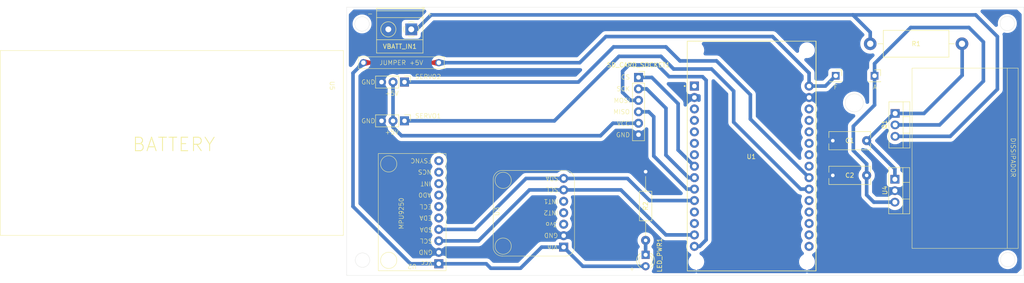
<source format=kicad_pcb>
(kicad_pcb (version 20240108) (generator "pcbnew") (generator_version "8.0")
  (layers (0 "F.Cu" signal) (31 "B.Cu" signal) (34 "B.Paste" user) (35 "F.Paste" user) (36 "B.SilkS" user "B.Silkscreen") (37 "F.SilkS" user "F.Silkscreen") (38 "B.Mask" user) (39 "F.Mask" user) (44 "Edge.Cuts" user))
  (net 0 "")
  (net 1 "GND")
  (net 2 "+5V")
  (net 3 "OUT_SERVO2")
  (net 4 "OUT_SERVO1")
  (net 5 "Net-(LED_PWR1-K)")
  (net 7 "Net-(Q1-B)")
  (net 8 "Net-(Q1-C)")
  (net 9 "Net-(Q1-E)")
  (net 10 "MOSI")
  (net 11 "SCK")
  (net 12 "MISO")
  (net 13 "CS")
  (net 16 "I2C_SCL")
  (net 21 "I2C_SDA")
  (footprint "Connector_PinSocket_2.54mm:PinSocket_1x06_P2.54mm_Vertical" (layer "F.Cu") (at 175.925 87.075)
    (property "Reference" "SD_CARD_SOCKET1" (at 0 -2.77 360) (layer "F.SilkS"))
    (property "Value" "Conn_01x06_Socket")
    (fp_line (start -1.33 1.27) (end -1.33 14.03) (stroke (width 0.12)) (layer "F.SilkS"))
    (fp_line (start -1.33 1.27) (end 1.33 1.27) (stroke (width 0.12)) (layer "F.SilkS"))
    (fp_line (start -1.33 14.03) (end 1.33 14.03) (stroke (width 0.12)) (layer "F.SilkS"))
    (fp_line (start 0 -1.33) (end 1.33 -1.33) (stroke (width 0.12)) (layer "F.SilkS"))
    (fp_line (start 1.33 -1.33) (end 1.33 0) (stroke (width 0.12)) (layer "F.SilkS"))
    (fp_line (start 1.33 1.27) (end 1.33 14.03) (stroke (width 0.12)) (layer "F.SilkS"))
    (pad "1" thru_hole rect (at 0 0) (size 2 2) (drill 1) (layers "*.Cu" "*.Mask") (net 13 "CS"))
    (pad "2" thru_hole circle (at 0 2.54) (size 2 2) (drill 1) (layers "*.Cu" "*.Mask") (net 11 "SCK"))
    (pad "3" thru_hole circle (at 0 5.08) (size 2 2) (drill 1) (layers "*.Cu" "*.Mask") (net 10 "MOSI"))
    (pad "4" thru_hole circle (at 0 7.62) (size 2 2) (drill 1) (layers "*.Cu" "*.Mask") (net 12 "MISO"))
    (pad "5" thru_hole circle (at 0 10.16) (size 2 2) (drill 1) (layers "*.Cu" "*.Mask") (net 2 "+5V"))
    (pad "6" thru_hole circle (at 0 12.7) (size 2 2) (drill 1) (layers "*.Cu" "*.Mask") (net 1 "GND"))
  )
  (footprint "TerminalBlock_Phoenix:TerminalBlock_Phoenix_MKDS-1,5-2-5.08_1x02_P5.08mm_Horizontal" (layer "F.Cu") (at 125.6 76.4 180)
    (property "Reference" "VBATT_IN1" (at 2.54 -3.8 180) (layer "F.SilkS"))
    (property "Value" "Screw_Terminal_01x02")
    (fp_line (start 7.68 -5.261) (end 7.68 4.66) (stroke (width 0.12)) (layer "F.SilkS"))
    (fp_line (start 6.355 -1.069) (end 6.308 -1.023) (stroke (width 0.12)) (layer "F.SilkS"))
    (fp_line (start 6.15 -1.275) (end 6.115 -1.239) (stroke (width 0.12)) (layer "F.SilkS"))
    (fp_line (start 4.046 1.239) (end 4.011 1.274) (stroke (width 0.12)) (layer "F.SilkS"))
    (fp_line (start 3.853 1.023) (end 3.806 1.069) (stroke (width 0.12)) (layer "F.SilkS"))
    (fp_line (start -2.6 4.66) (end 7.68 4.66) (stroke (width 0.12)) (layer "F.SilkS"))
    (fp_line (start -2.6 4.1) (end 7.68 4.1) (stroke (width 0.12)) (layer "F.SilkS"))
    (fp_line (start -2.6 2.6) (end 7.68 2.6) (stroke (width 0.12)) (layer "F.SilkS"))
    (fp_line (start -2.6 -2.301) (end 7.68 -2.301) (stroke (width 0.12)) (layer "F.SilkS"))
    (fp_line (start -2.6 -5.261) (end 7.68 -5.261) (stroke (width 0.12)) (layer "F.SilkS"))
    (fp_line (start -2.6 -5.261) (end -2.6 4.66) (stroke (width 0.12)) (layer "F.SilkS"))
    (fp_line (start -2.84 4.9) (end -2.34 4.9) (stroke (width 0.12)) (layer "F.SilkS"))
    (fp_line (start -2.84 4.16) (end -2.84 4.9) (stroke (width 0.12)) (layer "F.SilkS"))
    (fp_arc (start 1.535427 -0.683042) (mid 1.680501 0.000524) (end 1.535 0.684) (stroke (width 0.12)) (layer "F.SilkS"))
    (fp_arc (start 0.683318 1.534756) (mid 0.349292 1.643288) (end 0 1.68) (stroke (width 0.12)) (layer "F.SilkS"))
    (fp_arc (start 0.028805 1.680253) (mid -0.335551 1.646659) (end -0.684 1.535) (stroke (width 0.12)) (layer "F.SilkS"))
    (fp_arc (start -0.683042 -1.535427) (mid 0.000524 -1.680501) (end 0.684 -1.535) (stroke (width 0.12)) (layer "F.SilkS"))
    (fp_arc (start -1.535427 0.683042) (mid -1.680501 -0.000524) (end -1.535 -0.684) (stroke (width 0.12)) (layer "F.SilkS"))
    (fp_circle (center 5.08 0) (end 6.76 0) (stroke (width 0.12)) (fill none) (layer "F.SilkS"))
    (pad "1" thru_hole rect (at 0 0 180) (size 2.6 2.6) (drill 1.3) (layers "*.Cu" "*.Mask") (net 9 "Net-(Q1-E)"))
    (pad "2" thru_hole circle (at 5.08 0 180) (size 2.6 2.6) (drill 1.3) (layers "*.Cu" "*.Mask") (net 1 "GND"))
  )
  (footprint "MPL3115A2:MPL3115A2" (layer "F.Cu") (at 143.65 116.7 90)
    (property "Reference" "U3" (at -0.1 0.95 90) (layer "F.SilkS") (effects (font (thickness 0.1))))
    (property "Value" "~")
    (fp_line (start -8 0.1) (end 7 0.1) (stroke (width 0.1)) (layer "F.SilkS"))
    (fp_line (start 9 2.1) (end 9 16.1) (stroke (width 0.1)) (layer "F.SilkS"))
    (fp_line (start -10 16.1) (end -10 2.1) (stroke (width 0.1)) (layer "F.SilkS"))
    (fp_line (start 7 18.1) (end -8 18.1) (stroke (width 0.1)) (layer "F.SilkS"))
    (fp_arc (start 7 0.1) (mid 8.414214 0.685786) (end 9 2.1) (stroke (width 0.1)) (layer "F.SilkS"))
    (fp_arc (start -10 2.1) (mid -9.414214 0.685786) (end -8 0.1) (stroke (width 0.1)) (layer "F.SilkS"))
    (fp_arc (start 9 16.1) (mid 8.414214 17.514214) (end 7 18.1) (stroke (width 0.1)) (layer "F.SilkS"))
    (fp_arc (start -8 18.1) (mid -9.414214 17.514214) (end -10 16.1) (stroke (width 0.1)) (layer "F.SilkS"))
    (fp_circle (center 6.8 2.3) (end 8.6 2.3) (stroke (width 0.1)) (fill none) (layer "F.SilkS"))
    (fp_circle (center -7.8 2.3) (end -6 2.3) (stroke (width 0.1)) (fill none) (layer "F.SilkS"))
    (fp_text user "INT1" (at 2.7 12.9 180) (layer "F.SilkS") (effects (font (thickness 0.1)) (justify bottom)))
    (fp_text user "GND" (at -4.8 12.9 180) (layer "F.SilkS") (effects (font (thickness 0.1)) (justify bottom)))
    (fp_text user "INT2" (at 0.2 12.9 180) (layer "F.SilkS") (effects (font (thickness 0.1)) (justify bottom)))
    (fp_text user "SDA" (at 7.8 13.1 180) (layer "F.SilkS") (effects (font (thickness 0.1)) (justify bottom)))
    (fp_text user "3vo" (at -2.4 13 180) (layer "F.SilkS") (effects (font (thickness 0.1)) (justify bottom)))
    (fp_text user "SCL" (at 5.3 13.1 180) (layer "F.SilkS") (effects (font (thickness 0.1)) (justify bottom)))
    (fp_text user "Vin" (at -7.4605 13.2 180) (layer "F.SilkS") (effects (font (thickness 0.1)) (justify bottom)))
    (pad "1" thru_hole rect (at -8.02 15.7 180) (size 2 2) (drill 1) (layers "*.Cu" "*.Mask") (net 2 "+5V"))
    (pad "2" thru_hole circle (at -5.48 15.7 180) (size 2 2) (drill 1) (layers "*.Cu" "*.Mask") (net 1 "GND"))
    (pad "3" thru_hole circle (at -2.94 15.7 180) (size 2 2) (drill 1) (layers "*.Cu" "*.Mask"))
    (pad "4" thru_hole circle (at -0.4 15.7 180) (size 2 2) (drill 1) (layers "*.Cu" "*.Mask"))
    (pad "5" thru_hole circle (at 2.14 15.7 180) (size 2 2) (drill 1) (layers "*.Cu" "*.Mask"))
    (pad "6" thru_hole circle (at 4.68 15.7 180) (size 2 2) (drill 1) (layers "*.Cu" "*.Mask") (net 16 "I2C_SCL"))
    (pad "7" thru_hole circle (at 7.22 15.7 180) (size 2 2) (drill 1) (layers "*.Cu" "*.Mask") (net 21 "I2C_SDA"))
  )
  (footprint "Connector_PinSocket_2.54mm:PinSocket_1x01_P2.54mm_Vertical" (layer "F.Cu") (at 219.6 86.7)
    (property "Reference" "SWITCH_TERMINAL2" (hide yes))
    (property "Value" "Conn_01x01_Socket" (hide yes))
    (fp_line (start -1.33 1.21) (end -1.33 1.33) (stroke (width 0.12)) (layer "F.SilkS"))
    (fp_line (start -1.33 1.33) (end 1.33 1.33) (stroke (width 0.12)) (layer "F.SilkS"))
    (fp_line (start 0 -1.33) (end 1.33 -1.33) (stroke (width 0.12)) (layer "F.SilkS"))
    (fp_line (start 1.33 -1.33) (end 1.33 0) (stroke (width 0.12)) (layer "F.SilkS"))
    (fp_line (start 1.33 1.21) (end 1.33 1.33) (stroke (width 0.12)) (layer "F.SilkS"))
    (pad "1" thru_hole rect (at 0 0) (size 1.7 1.7) (drill 1) (layers "*.Cu" "*.Mask") (net 2 "+5V"))
  )
  (footprint "MPU9250:MPU9250" (layer "F.Cu") (at 125.8 130.05 180)
    (property "Reference" "U2" (at 0 1.05 180) (layer "F.SilkS") (effects (font (thickness 0.1))))
    (property "Value" "~")
    (fp_rect (start -7.5 0.1) (end 7.5 26.1) (stroke (width 0.1)) (fill none) (layer "F.SilkS"))
    (fp_circle (center 5.2 23.8) (end 7 23.8) (stroke (width 0.1)) (fill none) (layer "F.SilkS"))
    (fp_circle (center 5.2 2.4) (end 7 2.4) (stroke (width 0.1)) (fill none) (layer "F.SilkS"))
    (fp_text user "AD0" (at -2.8 17.5 180) (layer "F.SilkS") (effects (font (thickness 0.1)) (justify bottom)))
    (fp_text user "Vcc" (at -3.2 2.3 180) (layer "F.SilkS") (effects (font (thickness 0.1)) (justify bottom)))
    (fp_text user "MPU9250" (at 1.8 12.8 90) (layer "F.SilkS") (effects (font (thickness 0.1)) (justify bottom)))
    (fp_text user "FSYNC" (at -2 25.1 180) (layer "F.SilkS") (effects (font (thickness 0.1)) (justify bottom)))
    (fp_text user "INT" (at -3 20 180) (layer "F.SilkS") (effects (font (thickness 0.1)) (justify bottom)))
    (fp_text user "GND" (at -3 4.8 180) (layer "F.SilkS") (effects (font (thickness 0.1)) (justify bottom)))
    (fp_text user "NCS" (at -2.8 22.6 180) (layer "F.SilkS") (effects (font (thickness 0.1)) (justify bottom)))
    (fp_text user "SDA" (at -3.1 9.8 180) (layer "F.SilkS") (effects (font (thickness 0.1)) (justify bottom)))
    (fp_text user "SCL" (at -3.1 7.3 180) (layer "F.SilkS") (effects (font (thickness 0.1)) (justify bottom)))
    (fp_text user "ECL" (at -3 14.9 180) (layer "F.SilkS") (effects (font (thickness 0.1)) (justify bottom)))
    (fp_text user "EDA" (at -3 12.4 180) (layer "F.SilkS") (effects (font (thickness 0.1)) (justify bottom)))
    (pad "1" thru_hole rect (at -5.9 1.64 180) (size 2 2) (drill 1) (layers "*.Cu" "*.Mask") (net 2 "+5V"))
    (pad "2" thru_hole circle (at -5.9 4.18 180) (size 2 2) (drill 1) (layers "*.Cu" "*.Mask") (net 1 "GND"))
    (pad "3" thru_hole circle (at -5.9 6.72 180) (size 2 2) (drill 1) (layers "*.Cu" "*.Mask") (net 16 "I2C_SCL"))
    (pad "4" thru_hole circle (at -5.9 9.26 180) (size 2 2) (drill 1) (layers "*.Cu" "*.Mask") (net 21 "I2C_SDA"))
    (pad "5" thru_hole circle (at -5.9 11.8 180) (size 2 2) (drill 1) (layers "*.Cu" "*.Mask"))
    (pad "6" thru_hole circle (at -5.9 14.34 180) (size 2 2) (drill 1) (layers "*.Cu" "*.Mask"))
    (pad "7" thru_hole circle (at -5.9 16.88 180) (size 2 2) (drill 1) (layers "*.Cu" "*.Mask"))
    (pad "8" thru_hole circle (at -5.9 19.42 180) (size 2 2) (drill 1) (layers "*.Cu" "*.Mask"))
    (pad "9" thru_hole circle (at -5.9 21.96 180) (size 2 2) (drill 1) (layers "*.Cu" "*.Mask"))
    (pad "10" thru_hole circle (at -5.9 24.5 180) (size 2 2) (drill 1) (layers "*.Cu" "*.Mask"))
  )
  (footprint "Resistor_THT:R_Axial_DIN0207_L6.3mm_D2.5mm_P15.24mm_Horizontal" (layer "F.Cu") (at 177.5 123.22 90)
    (property "Reference" "R2" (at 7.62 0 270) (layer "F.SilkS"))
    (property "Value" "330R")
    (fp_line (start 10.89 -1.37) (end 4.35 -1.37) (stroke (width 0.12)) (layer "F.SilkS"))
    (fp_line (start 4.35 -1.37) (end 4.35 1.37) (stroke (width 0.12)) (layer "F.SilkS"))
    (fp_line (start 14.2 0) (end 10.89 0) (stroke (width 0.12)) (layer "F.SilkS"))
    (fp_line (start 1.04 0) (end 4.35 0) (stroke (width 0.12)) (layer "F.SilkS"))
    (fp_line (start 10.89 1.37) (end 10.89 -1.37) (stroke (width 0.12)) (layer "F.SilkS"))
    (fp_line (start 4.35 1.37) (end 10.89 1.37) (stroke (width 0.12)) (layer "F.SilkS"))
    (pad "1" thru_hole circle (at 0 0 90) (size 2 2) (drill 0.8) (layers "*.Cu" "*.Mask") (net 5 "Net-(LED_PWR1-K)"))
    (pad "2" thru_hole circle (at 15.24 0 90) (size 2 2) (drill 0.8) (layers "*.Cu" "*.Mask") (net 1 "GND"))
  )
  (footprint "Connector_PinHeader_2.54mm:PinHeader_1x03_P2.54mm_Vertical" (layer "F.Cu") (at 124.1 88.1 -90)
    (property "Reference" "CONN_SERVO1" (hide yes))
    (property "Value" "Conn_01x03_Pin" (hide yes))
    (fp_line (start -1.33 6.41) (end 1.33 6.41) (stroke (width 0.12)) (layer "F.SilkS"))
    (fp_line (start -1.33 1.27) (end -1.33 6.41) (stroke (width 0.12)) (layer "F.SilkS"))
    (fp_line (start -1.33 1.27) (end 1.33 1.27) (stroke (width 0.12)) (layer "F.SilkS"))
    (fp_line (start 1.33 1.27) (end 1.33 6.41) (stroke (width 0.12)) (layer "F.SilkS"))
    (fp_line (start -1.33 0) (end -1.33 -1.33) (stroke (width 0.12)) (layer "F.SilkS"))
    (fp_line (start -1.33 -1.33) (end 0 -1.33) (stroke (width 0.12)) (layer "F.SilkS"))
    (pad "1" thru_hole rect (at 0 0 270) (size 2 2) (drill 1) (layers "*.Cu" "*.Mask") (net 3 "OUT_SERVO2"))
    (pad "2" thru_hole circle (at 0 2.54 270) (size 2 2) (drill 1) (layers "*.Cu" "*.Mask") (net 2 "+5V"))
    (pad "3" thru_hole circle (at 0 5.08 270) (size 2 2) (drill 1) (layers "*.Cu" "*.Mask") (net 1 "GND"))
  )
  (footprint "Capacitor_THT:C_Rect_L9.0mm_W3.8mm_P7.50mm_MKT" (layer "F.Cu") (at 226.45 101.1 180)
    (property "Reference" "C1" (at 3.75 0 180) (layer "F.SilkS"))
    (property "Value" "330n")
    (fp_line (start 8.37 0.665) (end 8.37 2.02) (stroke (width 0.12)) (layer "F.SilkS"))
    (fp_line (start 8.37 -2.02) (end 8.37 -0.665) (stroke (width 0.12)) (layer "F.SilkS"))
    (fp_line (start -0.87 2.02) (end 8.37 2.02) (stroke (width 0.12)) (layer "F.SilkS"))
    (fp_line (start -0.87 0.665) (end -0.87 2.02) (stroke (width 0.12)) (layer "F.SilkS"))
    (fp_line (start -0.87 -2.02) (end 8.37 -2.02) (stroke (width 0.12)) (layer "F.SilkS"))
    (fp_line (start -0.87 -2.02) (end -0.87 -0.665) (stroke (width 0.12)) (layer "F.SilkS"))
    (pad "1" thru_hole circle (at 0 0 180) (size 2 2) (drill 0.8) (layers "*.Cu" "*.Mask") (net 7 "Net-(Q1-B)"))
    (pad "2" thru_hole circle (at 7.5 0 180) (size 2 2) (drill 0.8) (layers "*.Cu" "*.Mask") (net 1 "GND"))
  )
  (footprint "Capacitor_THT:C_Rect_L9.0mm_W3.8mm_P7.50mm_MKT" (layer "F.Cu") (at 226.45 108.8 180)
    (property "Reference" "C2" (at 3.75 0 180) (layer "F.SilkS"))
    (property "Value" "100n")
    (fp_line (start 8.37 0.665) (end 8.37 2.02) (stroke (width 0.12)) (layer "F.SilkS"))
    (fp_line (start 8.37 -2.02) (end 8.37 -0.665) (stroke (width 0.12)) (layer "F.SilkS"))
    (fp_line (start -0.87 2.02) (end 8.37 2.02) (stroke (width 0.12)) (layer "F.SilkS"))
    (fp_line (start -0.87 0.665) (end -0.87 2.02) (stroke (width 0.12)) (layer "F.SilkS"))
    (fp_line (start -0.87 -2.02) (end 8.37 -2.02) (stroke (width 0.12)) (layer "F.SilkS"))
    (fp_line (start -0.87 -2.02) (end -0.87 -0.665) (stroke (width 0.12)) (layer "F.SilkS"))
    (pad "1" thru_hole circle (at 0 0 180) (size 2 2) (drill 0.8) (layers "*.Cu" "*.Mask") (net 8 "Net-(Q1-C)"))
    (pad "2" thru_hole circle (at 7.5 0 180) (size 2 2) (drill 0.8) (layers "*.Cu" "*.Mask") (net 1 "GND"))
  )
  (footprint "Connector_PinHeader_2.54mm:PinHeader_1x03_P2.54mm_Vertical" (layer "F.Cu") (at 124.1 96.7 -90)
    (property "Reference" "CONN_SERVO2" (hide yes))
    (property "Value" "Conn_01x03_Pin" (hide yes))
    (fp_line (start -1.33 6.41) (end 1.33 6.41) (stroke (width 0.12)) (layer "F.SilkS"))
    (fp_line (start -1.33 1.27) (end -1.33 6.41) (stroke (width 0.12)) (layer "F.SilkS"))
    (fp_line (start -1.33 1.27) (end 1.33 1.27) (stroke (width 0.12)) (layer "F.SilkS"))
    (fp_line (start 1.33 1.27) (end 1.33 6.41) (stroke (width 0.12)) (layer "F.SilkS"))
    (fp_line (start -1.33 0) (end -1.33 -1.33) (stroke (width 0.12)) (layer "F.SilkS"))
    (fp_line (start -1.33 -1.33) (end 0 -1.33) (stroke (width 0.12)) (layer "F.SilkS"))
    (pad "1" thru_hole rect (at 0 0 270) (size 2 2) (drill 1) (layers "*.Cu" "*.Mask") (net 4 "OUT_SERVO1"))
    (pad "2" thru_hole circle (at 0 2.54 270) (size 2 2) (drill 1) (layers "*.Cu" "*.Mask") (net 2 "+5V"))
    (pad "3" thru_hole circle (at 0 5.08 270) (size 2 2) (drill 1) (layers "*.Cu" "*.Mask") (net 1 "GND"))
  )
  (footprint "LED_THT:LED_D3.0mm_Clear" (layer "F.Cu") (at 177.5 126.425 -90)
    (property "Reference" "LED_PWR1" (at 0.075 -3.1 90) (layer "F.SilkS"))
    (property "Value" "LED")
    (fp_line (start -0.29 1.08) (end -0.29 1.236) (stroke (width 0.12)) (layer "F.SilkS"))
    (fp_line (start -0.29 -1.236) (end -0.29 -1.08) (stroke (width 0.12)) (layer "F.SilkS"))
    (fp_arc (start 2.31113 1.079837) (mid 1.270117 1.5) (end 0.229039 1.08) (stroke (width 0.12)) (layer "F.SilkS"))
    (fp_arc (start 2.942335 1.078608) (mid 1.366487 1.987659) (end -0.29 1.235516) (stroke (width 0.12)) (layer "F.SilkS"))
    (fp_arc (start 0.229039 -1.08) (mid 1.270117 -1.5) (end 2.31113 -1.079837) (stroke (width 0.12)) (layer "F.SilkS"))
    (fp_arc (start -0.29 -1.235516) (mid 1.366487 -1.987659) (end 2.942335 -1.078608) (stroke (width 0.12)) (layer "F.SilkS"))
    (pad "1" thru_hole rect (at 0 0 270) (size 1.8 1.8) (drill 0.9) (layers "*.Cu" "*.Mask") (net 5 "Net-(LED_PWR1-K)"))
    (pad "2" thru_hole circle (at 2.54 0 270) (size 1.8 1.8) (drill 0.9) (layers "*.Cu" "*.Mask") (net 2 "+5V"))
  )
  (footprint "BATTERY_HOLDER:18650_BATTERY_HOLDER" (layer "F.Cu") (at 110.5725 88.9 -90)
    (property "Reference" "U5" (at 0 2.5 -90) (layer "F.SilkS") (effects (font (thickness 0.1))))
    (property "Value" "~")
    (fp_rect (start -7.8 0) (end 33.2 76) (stroke (width 0.1)) (fill none) (layer "F.SilkS"))
    (fp_text user "BATTERY" (at 14.8 46.9 0) (layer "F.SilkS") (effects (font (size 3 3) (thickness 0.2) (bold yes)) (justify left bottom)))
  )
  (footprint "Package_TO_SOT_THT:TO-220-3_Vertical" (layer "F.Cu") (at 232.755 95.06 -90)
    (property "Reference" "Q1" (at 2.44 2.355 90) (layer "F.SilkS"))
    (property "Value" "TIP42C")
    (fp_line (start -2.58 1.371) (end 7.66 1.371) (stroke (width 0.12)) (layer "F.SilkS"))
    (fp_line (start -2.58 -1.76) (end 7.66 -1.76) (stroke (width 0.12)) (layer "F.SilkS"))
    (fp_line (start -2.58 -3.27) (end -2.58 1.371) (stroke (width 0.12)) (layer "F.SilkS"))
    (fp_line (start -2.58 -3.27) (end 7.66 -3.27) (stroke (width 0.12)) (layer "F.SilkS"))
    (fp_line (start 0.69 -3.27) (end 0.69 -1.76) (stroke (width 0.12)) (layer "F.SilkS"))
    (fp_line (start 4.391 -3.27) (end 4.391 -1.76) (stroke (width 0.12)) (layer "F.SilkS"))
    (fp_line (start 7.66 -3.27) (end 7.66 1.371) (stroke (width 0.12)) (layer "F.SilkS"))
    (pad "1" thru_hole rect (at 0 0 270) (size 1.905 2) (drill 1.1) (layers "*.Cu" "*.Mask") (net 7 "Net-(Q1-B)"))
    (pad "2" thru_hole oval (at 2.54 0 270) (size 1.905 2) (drill 1.1) (layers "*.Cu" "*.Mask") (net 8 "Net-(Q1-C)"))
    (pad "3" thru_hole oval (at 5.08 0 270) (size 1.905 2) (drill 1.1) (layers "*.Cu" "*.Mask") (net 9 "Net-(Q1-E)"))
  )
  (footprint "Package_TO_SOT_THT:TO-220-3_Vertical" (layer "F.Cu") (at 232.7 109.66 -90)
    (property "Reference" "U4" (at 2.44 2.2 90) (layer "F.SilkS"))
    (property "Value" "LM7805_TO220")
    (fp_line (start -2.58 1.371) (end 7.66 1.371) (stroke (width 0.12)) (layer "F.SilkS"))
    (fp_line (start -2.58 -1.76) (end 7.66 -1.76) (stroke (width 0.12)) (layer "F.SilkS"))
    (fp_line (start -2.58 -3.27) (end -2.58 1.371) (stroke (width 0.12)) (layer "F.SilkS"))
    (fp_line (start -2.58 -3.27) (end 7.66 -3.27) (stroke (width 0.12)) (layer "F.SilkS"))
    (fp_line (start 0.69 -3.27) (end 0.69 -1.76) (stroke (width 0.12)) (layer "F.SilkS"))
    (fp_line (start 4.391 -3.27) (end 4.391 -1.76) (stroke (width 0.12)) (layer "F.SilkS"))
    (fp_line (start 7.66 -3.27) (end 7.66 1.371) (stroke (width 0.12)) (layer "F.SilkS"))
    (pad "1" thru_hole rect (at 0 0 270) (size 1.905 2) (drill 1.1) (layers "*.Cu" "*.Mask") (net 7 "Net-(Q1-B)"))
    (pad "2" thru_hole oval (at 2.54 0 270) (size 1.905 2) (drill 1.1) (layers "*.Cu" "*.Mask") (net 1 "GND"))
    (pad "3" thru_hole oval (at 5.08 0 270) (size 1.905 2) (drill 1.1) (layers "*.Cu" "*.Mask") (net 8 "Net-(Q1-C)"))
  )
  (footprint "MODULE_ESP32_DEVKIT_V1:MODULE_ESP32_DEVKIT_V1" (layer "F.Cu") (at 201 104.5)
    (property "Reference" "U1" (at -0.1 0.145 360) (layer "F.SilkS"))
    (property "Value" "ESP32-DEVKIT-V1")
    (fp_line (start -14.28 -25.475) (end -3.211 -25.475) (stroke (width 0.127)) (layer "F.SilkS"))
    (fp_line (start -14.28 -25.475) (end 14.23 -25.475) (stroke (width 0.127)) (layer "F.SilkS"))
    (fp_line (start -14.28 25.475) (end -14.28 -25.475) (stroke (width 0.127)) (layer "F.SilkS"))
    (fp_line (start -14.28 25.475) (end -14.28 -25.475) (stroke (width 0.127)) (layer "F.SilkS"))
    (fp_line (start -14.28 25.475) (end -8.91 25.475) (stroke (width 0.127)) (layer "F.SilkS"))
    (fp_line (start -8.91 25.475) (end 8.78 25.475) (stroke (width 0.127)) (layer "F.SilkS"))
    (fp_line (start -3.211 -25.475) (end 3.5 -25.475) (stroke (width 0.127)) (layer "F.SilkS"))
    (fp_line (start 3.5 -25.475) (end 14.23 -25.475) (stroke (width 0.127)) (layer "F.SilkS"))
    (fp_line (start 8.78 25.475) (end 14.23 25.475) (stroke (width 0.127)) (layer "F.SilkS"))
    (fp_line (start 14.23 -25.475) (end 14.23 25.475) (stroke (width 0.127)) (layer "F.SilkS"))
    (fp_line (start 14.23 -25.475) (end 14.23 25.475) (stroke (width 0.127)) (layer "F.SilkS"))
    (fp_line (start 14.23 25.475) (end -14.28 25.475) (stroke (width 0.127)) (layer "F.SilkS"))
    (fp_circle (center -14.85 -15.515) (end -14.75 -15.515) (stroke (width 0.2)) (fill none) (layer "F.SilkS"))
    (pad "" np_thru_hole circle (at -12.28 -23.475) (size 3 3) (drill 3) (layers "*.Cu" "*.Mask"))
    (pad "" np_thru_hole circle (at -12.28 23.475) (size 3 3) (drill 3) (layers "*.Cu" "*.Mask"))
    (pad "" np_thru_hole circle (at 12.23 -23.475) (size 3 3) (drill 3) (layers "*.Cu" "*.Mask"))
    (pad "" np_thru_hole circle (at 12.23 23.475) (size 3 3) (drill 3) (layers "*.Cu" "*.Mask"))
    (pad "1" thru_hole rect (at -12.7 -15.515) (size 2 2) (drill 1.02) (layers "*.Cu" "*.Mask"))
    (pad "2" thru_hole circle (at -12.7 -12.975) (size 2 2) (drill 1.02) (layers "*.Cu" "*.Mask") (net 1 "GND"))
    (pad "3" thru_hole circle (at -12.7 -10.435) (size 2 2) (drill 1.02) (layers "*.Cu" "*.Mask"))
    (pad "4" thru_hole circle (at -12.7 -7.895) (size 2 2) (drill 1.02) (layers "*.Cu" "*.Mask"))
    (pad "5" thru_hole circle (at -12.7 -5.355) (size 2 2) (drill 1.02) (layers "*.Cu" "*.Mask"))
    (pad "6" thru_hole circle (at -12.7 -2.815) (size 2 2) (drill 1.02) (layers "*.Cu" "*.Mask"))
    (pad "7" thru_hole circle (at -12.7 -0.275) (size 2 2) (drill 1.02) (layers "*.Cu" "*.Mask"))
    (pad "8" thru_hole circle (at -12.7 2.265) (size 2 2) (drill 1.02) (layers "*.Cu" "*.Mask") (net 13 "CS"))
    (pad "9" thru_hole circle (at -12.7 4.805) (size 2 2) (drill 1.02) (layers "*.Cu" "*.Mask") (net 11 "SCK"))
    (pad "10" thru_hole circle (at -12.7 7.345) (size 2 2) (drill 1.02) (layers "*.Cu" "*.Mask") (net 12 "MISO"))
    (pad "11" thru_hole circle (at -12.7 9.885) (size 2 2) (drill 1.02) (layers "*.Cu" "*.Mask") (net 21 "I2C_SDA"))
    (pad "12" thru_hole circle (at -12.7 12.425) (size 2 2) (drill 1.02) (layers "*.Cu" "*.Mask"))
    (pad "13" thru_hole circle (at -12.7 14.965) (size 2 2) (drill 1.02) (layers "*.Cu" "*.Mask"))
    (pad "14" thru_hole circle (at -12.7 17.505) (size 2 2) (drill 1.02) (layers "*.Cu" "*.Mask") (net 16 "I2C_SCL"))
    (pad "15" thru_hole circle (at -12.7 20.045) (size 2 2) (drill 1.02) (layers "*.Cu" "*.Mask") (net 10 "MOSI"))
    (pad "16" thru_hole circle (at 12.7 20.045) (size 2 2) (drill 1.02) (layers "*.Cu" "*.Mask"))
    (pad "17" thru_hole circle (at 12.7 17.505) (size 2 2) (drill 1.02) (layers "*.Cu" "*.Mask"))
    (pad "18" thru_hole circle (at 12.7 14.965) (size 2 2) (drill 1.02) (layers "*.Cu" "*.Mask"))
    (pad "19" thru_hole circle (at 12.7 12.425) (size 2 2) (drill 1.02) (layers "*.Cu" "*.Mask"))
    (pad "20" thru_hole circle (at 12.7 9.885) (size 2 2) (drill 1.02) (layers "*.Cu" "*.Mask"))
    (pad "21" thru_hole circle (at 12.7 7.345) (size 2 2) (drill 1.02) (layers "*.Cu" "*.Mask") (net 4 "OUT_SERVO1"))
    (pad "22" thru_hole circle (at 12.7 4.805) (size 2 2) (drill 1.02) (layers "*.Cu" "*.Mask") (net 3 "OUT_SERVO2"))
    (pad "23" thru_hole circle (at 12.7 2.265) (size 2 2) (drill 1.02) (layers "*.Cu" "*.Mask"))
    (pad "24" thru_hole circle (at 12.7 -0.275) (size 2 2) (drill 1.02) (layers "*.Cu" "*.Mask"))
    (pad "25" thru_hole circle (at 12.7 -2.815) (size 2 2) (drill 1.02) (layers "*.Cu" "*.Mask"))
    (pad "26" thru_hole circle (at 12.7 -5.355) (size 2 2) (drill 1.02) (layers "*.Cu" "*.Mask"))
    (pad "27" thru_hole circle (at 12.7 -7.895) (size 2 2) (drill 1.02) (layers "*.Cu" "*.Mask"))
    (pad "28" thru_hole circle (at 12.7 -10.435) (size 2 2) (drill 1.02) (layers "*.Cu" "*.Mask"))
    (pad "29" thru_hole circle (at 12.7 -12.975) (size 2 2) (drill 1.02) (layers "*.Cu" "*.Mask") (net 1 "GND"))
    (pad "30" thru_hole circle (at 12.7 -15.515) (size 2 2) (drill 1.02) (layers "*.Cu" "*.Mask") (net 2 "+5V"))
  )
  (footprint "Connector_PinSocket_2.54mm:PinSocket_1x01_P2.54mm_Vertical" (layer "F.Cu") (at 228.2 86.7)
    (property "Reference" "SWITCH_TERMINAL1" (hide yes))
    (property "Value" "Conn_01x01_Socket" (hide yes))
    (fp_line (start -1.33 1.21) (end -1.33 1.33) (stroke (width 0.12)) (layer "F.SilkS"))
    (fp_line (start -1.33 1.33) (end 1.33 1.33) (stroke (width 0.12)) (layer "F.SilkS"))
    (fp_line (start 0 -1.33) (end 1.33 -1.33) (stroke (width 0.12)) (layer "F.SilkS"))
    (fp_line (start 1.33 -1.33) (end 1.33 0) (stroke (width 0.12)) (layer "F.SilkS"))
    (fp_line (start 1.33 1.21) (end 1.33 1.33) (stroke (width 0.12)) (layer "F.SilkS"))
    (pad "1" thru_hole rect (at 0 0) (size 1.7 1.7) (drill 1) (layers "*.Cu" "*.Mask") (net 8 "Net-(Q1-C)"))
  )
  (footprint "Resistor_THT:R_Axial_DIN0614_L14.3mm_D5.7mm_P20.32mm_Horizontal" (layer "F.Cu") (at 227.24 79.6)
    (property "Reference" "R1" (at 10.16 0 360) (layer "F.SilkS"))
    (property "Value" "2R2")
    (fp_line (start 1.64 0) (end 2.89 0) (stroke (width 0.12)) (layer "F.SilkS"))
    (fp_line (start 2.89 -2.97) (end 2.89 2.97) (stroke (width 0.12)) (layer "F.SilkS"))
    (fp_line (start 2.89 2.97) (end 17.43 2.97) (stroke (width 0.12)) (layer "F.SilkS"))
    (fp_line (start 17.43 -2.97) (end 2.89 -2.97) (stroke (width 0.12)) (layer "F.SilkS"))
    (fp_line (start 17.43 2.97) (end 17.43 -2.97) (stroke (width 0.12)) (layer "F.SilkS"))
    (fp_line (start 18.68 0) (end 17.43 0) (stroke (width 0.12)) (layer "F.SilkS"))
    (pad "1" thru_hole circle (at 0 0) (size 2.8 2.8) (drill 1.4) (layers "*.Cu" "*.Mask") (net 9 "Net-(Q1-E)"))
    (pad "2" thru_hole oval (at 20.32 0) (size 2.8 2.8) (drill 1.4) (layers "*.Cu" "*.Mask") (net 7 "Net-(Q1-B)"))
  )
  (gr_rect (start 113.9 82.5) (end 132.9 85.1) (stroke (width 0.1)) (fill none) (layer "F.SilkS"))
  (gr_line (start 257.6 85) (end 257.6 125) (stroke (width 0.1)) (layer "F.SilkS"))
  (gr_rect (start 236.5 85) (end 260 125) (stroke (width 0.1)) (fill none) (layer "F.SilkS"))
  (gr_circle (center 257.7 127.5) (end 259.3 127.5) (stroke (width 0.05)) (fill none) (layer "Edge.Cuts"))
  (gr_circle (center 223.7 92.7) (end 225.7 92.7) (stroke (width 0.05)) (fill none) (layer "Edge.Cuts"))
  (gr_circle (center 257.6 75.1) (end 259.2 75.1) (stroke (width 0.05)) (fill none) (layer "Edge.Cuts"))
  (gr_circle (center 114.7 75.2) (end 116.3 75.2) (stroke (width 0.05)) (fill none) (layer "Edge.Cuts"))
  (gr_circle (center 114.8 127.6) (end 116.4 127.6) (stroke (width 0.05)) (fill none) (layer "Edge.Cuts"))
  (gr_rect (start 111.2725 71.5) (end 261.2725 131) (stroke (width 0.05)) (fill none) (layer "Edge.Cuts"))
  (gr_text "+5V" (at 119.7 91.2 0) (layer "F.SilkS") (effects (font (size 1 1) (thickness 0.1)) (justify left bottom)))
  (gr_text "VCC" (at 171.1 97.9 0) (layer "F.SilkS") (effects (font (size 1 1) (thickness 0.1)) (justify left bottom)))
  (gr_text "CS" (at 172 87.6 0) (layer "F.SilkS") (effects (font (size 1 1) (thickness 0.1)) (justify left bottom)))
  (gr_text "+" (at 129 73.6 0) (layer "F.SilkS") (effects (font (size 1 1) (thickness 0.1)) (justify left bottom)))
  (gr_text "DISSIPADOR" (at 258.3 100.4 -90) (layer "F.SilkS") (effects (font (size 1 1) (thickness 0.1)) (justify left bottom)))
  (gr_text "MOSI" (at 170.4 92.8 0) (layer "F.SilkS") (effects (font (size 1 1) (thickness 0.1)) (justify left bottom)))
  (gr_text "GND" (at 114.5 97.3 0) (layer "F.SilkS") (effects (font (size 1 1) (thickness 0.1)) (justify left bottom)))
  (gr_text "A" (at 227.8 89.8 0) (layer "F.SilkS") (effects (font (size 1 1) (thickness 0.1)) (justify left bottom)))
  (gr_text "GND" (at 170.9 100.4 0) (layer "F.SilkS") (effects (font (size 1 1) (thickness 0.1)) (justify left bottom)))
  (gr_text "F" (at 219.1 89.8 0) (layer "F.SilkS") (effects (font (size 1 1) (thickness 0.1)) (justify left bottom)))
  (gr_text "MISO" (at 170.3 95.3 0) (layer "F.SilkS") (effects (font (size 1 1) (thickness 0.1)) (justify left bottom)))
  (gr_text "GND" (at 114.5 88.7 0) (layer "F.SilkS") (effects (font (size 1 1) (thickness 0.1)) (justify left bottom)))
  (gr_text "SCK" (at 171 90.2 0) (layer "F.SilkS") (effects (font (size 1 1) (thickness 0.1)) (justify left bottom)))
  (gr_text "JUMPER +5V" (at 118.5 84.4 0) (layer "F.SilkS") (effects (font (size 1 1) (thickness 0.1)) (justify left bottom)))
  (gr_text "+" (at 173.8 130.1 0) (layer "F.SilkS") (effects (font (size 1 1) (thickness 0.1)) (justify left bottom)))
  (gr_text "+5V" (at 119.7 99.8 0) (layer "F.SilkS") (effects (font (size 1 1) (thickness 0.1)) (justify left bottom)))
  (gr_text "-" (at 115.8 73.5 0) (layer "F.SilkS") (effects (font (size 1 1) (thickness 0.1)) (justify left bottom)))
  (gr_text "SERVO2" (at 126.4 87.5 0) (layer "F.SilkS") (effects (font (size 1 1) (thickness 0.1)) (justify left bottom)))
  (gr_text "SERVO1" (at 126.4 96.2 0) (layer "F.SilkS") (effects (font (size 1 1) (thickness 0.1)) (justify left bottom)))
  (segment (start 119.02 85.58) (end 119.02 88.1) (width 0.8) (layer "B.Cu") (net 1))
  (segment (start 130.4 79.9) (end 125.2 79.9) (width 0.8) (layer "B.Cu") (net 1))
  (segment (start 222.9 80.2) (end 218.3 75.6) (width 0.8) (layer "B.Cu") (net 1))
  (segment (start 218.3 75.6) (end 134.7 75.6) (width 0.8) (layer "B.Cu") (net 1))
  (segment (start 144.1 127.2) (end 147.4 127.2) (width 0.8) (layer "B.Cu") (net 1))
  (segment (start 232.7 112.2) (end 234.9 112.2) (width 0.8) (layer "B.Cu") (net 1))
  (segment (start 175.925 106.425) (end 175.925 99.775) (width 0.8) (layer "B.Cu") (net 1))
  (segment (start 124.02 79.9) (end 125.2 79.9) (width 0.8) (layer "B.Cu") (net 1))
  (segment (start 219.975 91.525) (end 220.3 91.2) (width 0.8) (layer "B.Cu") (net 1))
  (segment (start 152.42 122.18) (end 159.35 122.18) (width 0.8) (layer "B.Cu") (net 1))
  (segment (start 237.8 115.1) (end 237.8 118.5) (width 0.8) (layer "B.Cu") (net 1))
  (segment (start 236.4 119.9) (end 224.4 119.9) (width 0.8) (layer "B.Cu") (net 1))
  (segment (start 213.7 91.525) (end 219.975 91.525) (width 0.8) (layer "B.Cu") (net 1))
  (segment (start 176.22 106.7) (end 176.2 106.7) (width 0.8) (layer "B.Cu") (net 1))
  (segment (start 142.77 125.87) (end 144.1 127.2) (width 0.8) (layer "B.Cu") (net 1))
  (segment (start 147.4 127.2) (end 152.42 122.18) (width 0.8) (layer "B.Cu") (net 1))
  (segment (start 134.7 75.6) (end 130.4 79.9) (width 0.8) (layer "B.Cu") (net 1))
  (segment (start 218.95 114.45) (end 218.95 108.8) (width 0.8) (layer "B.Cu") (net 1))
  (segment (start 123.8 123) (end 123.8 104.3) (width 0.8) (layer "B.Cu") (net 1))
  (segment (start 122 102.5) (end 119.02 99.52) (width 0.8) (layer "B.Cu") (net 1))
  (segment (start 173.2 102.5) (end 122 102.5) (width 0.8) (layer "B.Cu") (net 1))
  (segment (start 123.8 104.3) (end 122 102.5) (width 0.8) (layer "B.Cu") (net 1))
  (segment (start 131.7 125.87) (end 142.77 125.87) (width 0.8) (layer "B.Cu") (net 1))
  (segment (start 175.925 99.775) (end 173.2 102.5) (width 0.8) (layer "B.Cu") (net 1))
  (segment (start 218.95 101.1) (end 218.95 92.55) (width 0.8) (layer "B.Cu") (net 1))
  (segment (start 120.52 76.4) (end 124.02 79.9) (width 0.8) (layer "B.Cu") (net 1))
  (segment (start 119.02 96.7) (end 119.02 88.1) (width 0.8) (layer "B.Cu") (net 1))
  (segment (start 218.95 108.8) (end 218.95 101.1) (width 0.8) (layer "B.Cu") (net 1))
  (segment (start 119.02 99.52) (end 119.02 96.7) (width 0.8) (layer "B.Cu") (net 1))
  (segment (start 126.67 125.87) (end 123.8 123) (width 0.8) (layer "B.Cu") (net 1))
  (segment (start 220.3 91.2) (end 222.9 88.6) (width 0.8) (layer "B.Cu") (net 1))
  (segment (start 124.7 79.9) (end 119.02 85.58) (width 0.8) (layer "B.Cu") (net 1))
  (segment (start 234.9 112.2) (end 237.8 115.1) (width 0.8) (layer "B.Cu") (net 1))
  (segment (start 125.2 79.9) (end 124.7 79.9) (width 0.8) (layer "B.Cu") (net 1))
  (segment (start 218.95 92.55) (end 220.3 91.2) (width 0.8) (layer "B.Cu") (net 1))
  (segment (start 176.2 106.7) (end 175.925 106.425) (width 0.8) (layer "B.Cu") (net 1))
  (segment (start 222.9 88.6) (end 222.9 80.2) (width 0.8) (layer "B.Cu") (net 1))
  (segment (start 237.8 118.5) (end 236.4 119.9) (width 0.8) (layer "B.Cu") (net 1))
  (segment (start 177.5 107.98) (end 176.22 106.7) (width 0.8) (layer "B.Cu") (net 1))
  (segment (start 224.4 119.9) (end 218.95 114.45) (width 0.8) (layer "B.Cu") (net 1))
  (segment (start 131.7 125.87) (end 126.67 125.87) (width 0.8) (layer "B.Cu") (net 1))
  (segment (start 131.7 83.8) (end 115 83.8) (width 0.8) (layer "F.Cu") (net 2))
  (via (at 131.7 83.8) (size 1.6) (drill 1) (layers "F.Cu" "B.Cu") (net 2))
  (via (at 115 83.8) (size 1.6) (drill 1) (layers "F.Cu" "B.Cu") (net 2))
  (segment (start 154.48 124.72) (end 159.35 124.72) (width 0.8) (layer "B.Cu") (net 2))
  (segment (start 170.265 97.235) (end 175.925 97.235) (width 0.8) (layer "B.Cu") (net 2))
  (segment (start 177.5 128.965) (end 163.595 128.965) (width 0.8) (layer "B.Cu") (net 2))
  (segment (start 125.41 128.41) (end 131.7 128.41) (width 0.8) (layer "B.Cu") (net 2))
  (segment (start 121.56 96.7) (end 121.56 98.114213) (width 0.8) (layer "B.Cu") (net 2))
  (segment (start 213.7 88.985) (end 213.7 86.1) (width 0.8) (layer "B.Cu") (net 2))
  (segment (start 168.7 78) (end 162.9 83.8) (width 0.8) (layer "B.Cu") (net 2))
  (segment (start 213.7 86.1) (end 205.6 78) (width 0.8) (layer "B.Cu") (net 2))
  (segment (start 115 83.8) (end 112.7 86.1) (width 0.8) (layer "B.Cu") (net 2))
  (segment (start 217.315 88.985) (end 219.6 86.7) (width 0.8) (layer "B.Cu") (net 2))
  (segment (start 112.7 86.1) (end 112.7 115.7) (width 0.8) (layer "B.Cu") (net 2))
  (segment (start 167.5 100) (end 170.265 97.235) (width 0.8) (layer "B.Cu") (net 2))
  (segment (start 142.21 128.41) (end 143.2 129.4) (width 0.8) (layer "B.Cu") (net 2))
  (segment (start 131.7 128.41) (end 142.21 128.41) (width 0.8) (layer "B.Cu") (net 2))
  (segment (start 149.8 129.4) (end 154.48 124.72) (width 0.8) (layer "B.Cu") (net 2))
  (segment (start 163.595 128.965) (end 159.35 124.72) (width 0.8) (layer "B.Cu") (net 2))
  (segment (start 213.7 88.985) (end 217.315 88.985) (width 0.8) (layer "B.Cu") (net 2))
  (segment (start 123.445787 100) (end 167.5 100) (width 0.8) (layer "B.Cu") (net 2))
  (segment (start 162.9 83.8) (end 131.7 83.8) (width 0.8) (layer "B.Cu") (net 2))
  (segment (start 121.56 98.114213) (end 123.445787 100) (width 0.8) (layer "B.Cu") (net 2))
  (segment (start 112.7 115.7) (end 125.41 128.41) (width 0.8) (layer "B.Cu") (net 2))
  (segment (start 121.56 96.7) (end 121.56 88.1) (width 0.8) (layer "B.Cu") (net 2))
  (segment (start 205.6 78) (end 168.7 78) (width 0.8) (layer "B.Cu") (net 2))
  (segment (start 143.2 129.4) (end 149.8 129.4) (width 0.8) (layer "B.Cu") (net 2))
  (segment (start 185.1 83.4) (end 182 80.3) (width 0.8) (layer "B.Cu") (net 3))
  (segment (start 182 80.3) (end 170.4 80.3) (width 0.8) (layer "B.Cu") (net 3))
  (segment (start 213.7 109.305) (end 200.7 96.305) (width 0.8) (layer "B.Cu") (net 3))
  (segment (start 200.7 90.9) (end 193.2 83.4) (width 0.8) (layer "B.Cu") (net 3))
  (segment (start 162.6 88.1) (end 124.1 88.1) (width 0.8) (layer "B.Cu") (net 3))
  (segment (start 200.7 96.305) (end 200.7 90.9) (width 0.8) (layer "B.Cu") (net 3))
  (segment (start 170.4 80.3) (end 162.6 88.1) (width 0.8) (layer "B.Cu") (net 3))
  (segment (start 193.2 83.4) (end 185.1 83.4) (width 0.8) (layer "B.Cu") (net 3))
  (segment (start 213.7 111.845) (end 211.845 111.845) (width 0.8) (layer "B.Cu") (net 4))
  (segment (start 192.1 85.2) (end 183.7 85.2) (width 0.8) (layer "B.Cu") (net 4))
  (segment (start 211.845 111.845) (end 197 97) (width 0.8) (layer "B.Cu") (net 4))
  (segment (start 197 97) (end 197 90.1) (width 0.8) (layer "B.Cu") (net 4))
  (segment (start 180.9 82.4) (end 171.6 82.4) (width 0.8) (layer "B.Cu") (net 4))
  (segment (start 171.6 82.4) (end 157.3 96.7) (width 0.8) (layer "B.Cu") (net 4))
  (segment (start 183.7 85.2) (end 180.9 82.4) (width 0.8) (layer "B.Cu") (net 4))
  (segment (start 157.3 96.7) (end 124.1 96.7) (width 0.8) (layer "B.Cu") (net 4))
  (segment (start 197 90.1) (end 192.1 85.2) (width 0.8) (layer "B.Cu") (net 4))
  (segment (start 177.5 126.425) (end 177.5 123.22) (width 0.8) (layer "B.Cu") (net 5))
  (segment (start 232.7 107.35) (end 226.45 101.1) (width 0.8) (layer "B.Cu") (net 7))
  (segment (start 232.49 95.06) (end 226.45 101.1) (width 0.8) (layer "B.Cu") (net 7))
  (segment (start 232.755 95.06) (end 232.755 94.605) (width 0.8) (layer "B.Cu") (net 7))
  (segment (start 247.6 79.64) (end 247.56 79.6) (width 0.8) (layer "B.Cu") (net 7))
  (segment (start 232.755 95.06) (end 232.49 95.06) (width 0.8) (layer "B.Cu") (net 7))
  (segment (start 232.7 109.66) (end 232.7 107.35) (width 0.8) (layer "B.Cu") (net 7))
  (segment (start 239.14 95.06) (end 247.6 86.6) (width 0.8) (layer "B.Cu") (net 7))
  (segment (start 232.755 95.06) (end 239.14 95.06) (width 0.8) (layer "B.Cu") (net 7))
  (segment (start 247.6 86.6) (end 247.6 79.64) (width 0.8) (layer "B.Cu") (net 7))
  (segment (start 236.2 76) (end 228.2 84) (width 0.8) (layer "B.Cu") (net 8))
  (segment (start 228.2 84) (end 228.2 86.7) (width 0.8) (layer "B.Cu") (net 8))
  (segment (start 252.3 87.9) (end 252.3 79.2) (width 0.8) (layer "B.Cu") (net 8))
  (segment (start 228.2 93.2) (end 228.2 86.7) (width 0.8) (layer "B.Cu") (net 8))
  (segment (start 223.5 97.9) (end 228.2 93.2) (width 0.8) (layer "B.Cu") (net 8))
  (segment (start 226.45 108.8) (end 226.45 106.25) (width 0.8) (layer "B.Cu") (net 8))
  (segment (start 252.3 79.2) (end 249.1 76) (width 0.8) (layer "B.Cu") (net 8))
  (segment (start 228.04 114.74) (end 226.45 113.15) (width 0.8) (layer "B.Cu") (net 8))
  (segment (start 232.755 97.6) (end 242.6 97.6) (width 0.8) (layer "B.Cu") (net 8))
  (segment (start 249.1 76) (end 236.2 76) (width 0.8) (layer "B.Cu") (net 8))
  (segment (start 242.6 97.6) (end 252.3 87.9) (width 0.8) (layer "B.Cu") (net 8))
  (segment (start 226.45 106.25) (end 223.5 103.3) (width 0.8) (layer "B.Cu") (net 8))
  (segment (start 232.7 114.74) (end 228.04 114.74) (width 0.8) (layer "B.Cu") (net 8))
  (segment (start 226.45 113.15) (end 226.45 108.8) (width 0.8) (layer "B.Cu") (net 8))
  (segment (start 223.5 103.3) (end 223.5 97.9) (width 0.8) (layer "B.Cu") (net 8))
  (segment (start 125.6 76.4) (end 126.8 76.4) (width 0.8) (layer "B.Cu") (net 9))
  (segment (start 250.6 73.2) (end 223.4 73.2) (width 0.8) (layer "B.Cu") (net 9))
  (segment (start 227.24 79.6) (end 227.24 77.04) (width 0.8) (layer "B.Cu") (net 9))
  (segment (start 130 73.2) (end 223.4 73.2) (width 0.8) (layer "B.Cu") (net 9))
  (segment (start 227.24 77.04) (end 223.4 73.2) (width 0.8) (layer "B.Cu") (net 9))
  (segment (start 232.755 100.14) (end 244.96 100.14) (width 0.8) (layer "B.Cu") (net 9))
  (segment (start 255.4 89.7) (end 255.4 78) (width 0.8) (layer "B.Cu") (net 9))
  (segment (start 126.8 76.4) (end 130 73.2) (width 0.8) (layer "B.Cu") (net 9))
  (segment (start 244.96 100.14) (end 255.4 89.7) (width 0.8) (layer "B.Cu") (net 9))
  (segment (start 255.4 78) (end 250.6 73.2) (width 0.8) (layer "B.Cu") (net 9))
  (segment (start 189.455 124.545) (end 190.9 123.1) (width 0.8) (layer "B.Cu") (net 10))
  (segment (start 182.7 86.9) (end 180.1 84.3) (width 0.8) (layer "B.Cu") (net 10))
  (segment (start 188.3 124.545) (end 189.455 124.545) (width 0.8) (layer "B.Cu") (net 10))
  (segment (start 173.8 84.3) (end 172.4 85.7) (width 0.8) (layer "B.Cu") (net 10))
  (segment (start 190.9 123.1) (end 190.9 87.7) (width 0.8) (layer "B.Cu") (net 10))
  (segment (start 190.9 87.7) (end 190.1 86.9) (width 0.8) (layer "B.Cu") (net 10))
  (segment (start 172.4 85.7) (end 172.4 90.4) (width 0.8) (layer "B.Cu") (net 10))
  (segment (start 180.1 84.3) (end 173.8 84.3) (width 0.8) (layer "B.Cu") (net 10))
  (segment (start 190.1 86.9) (end 182.7 86.9) (width 0.8) (layer "B.Cu") (net 10))
  (segment (start 172.4 90.4) (end 174.155 92.155) (width 0.8) (layer "B.Cu") (net 10))
  (segment (start 174.155 92.155) (end 175.925 92.155) (width 0.8) (layer "B.Cu") (net 10))
  (segment (start 177.715 89.615) (end 175.925 89.615) (width 0.8) (layer "B.Cu") (net 11))
  (segment (start 187.005 109.305) (end 182 104.3) (width 0.8) (layer "B.Cu") (net 11))
  (segment (start 188.3 109.305) (end 187.605 109.305) (width 0.8) (layer "B.Cu") (net 11))
  (segment (start 188.3 109.305) (end 187.005 109.305) (width 0.8) (layer "B.Cu") (net 11))
  (segment (start 182 104.3) (end 182 93.9) (width 0.8) (layer "B.Cu") (net 11))
  (segment (start 182 93.9) (end 177.715 89.615) (width 0.8) (layer "B.Cu") (net 11))
  (segment (start 179.3 95.8) (end 178.195 94.695) (width 0.8) (layer "B.Cu") (net 12))
  (segment (start 186.645 111.845) (end 179.3 104.5) (width 0.8) (layer "B.Cu") (net 12))
  (segment (start 178.195 94.695) (end 175.925 94.695) (width 0.8) (layer "B.Cu") (net 12))
  (segment (start 188.12 112.2) (end 188.2 112.12) (width 0.8) (layer "B.Cu") (net 12))
  (segment (start 188.3 111.845) (end 186.645 111.845) (width 0.8) (layer "B.Cu") (net 12))
  (segment (start 179.3 104.5) (end 179.3 95.8) (width 0.8) (layer "B.Cu") (net 12))
  (segment (start 184.7 103.165) (end 184.7 92.9) (width 0.8) (layer "B.Cu") (net 13))
  (segment (start 184.7 92.9) (end 178.875 87.075) (width 0.8) (layer "B.Cu") (net 13))
  (segment (start 178.875 87.075) (end 175.925 87.075) (width 0.8) (layer "B.Cu") (net 13))
  (segment (start 188.3 106.765) (end 184.7 103.165) (width 0.8) (layer "B.Cu") (net 13))
  (segment (start 188.3 122.005) (end 182.005 122.005) (width 0.8) (layer "B.Cu") (net 16))
  (segment (start 140.47 123.33) (end 151.78 112.02) (width 0.8) (layer "B.Cu") (net 16))
  (segment (start 131.7 123.33) (end 140.47 123.33) (width 0.8) (layer "B.Cu") (net 16))
  (segment (start 182.005 122.005) (end 172.02 112.02) (width 0.8) (layer "B.Cu") (net 16))
  (segment (start 172.02 112.02) (end 159.35 112.02) (width 0.8) (layer "B.Cu") (net 16))
  (segment (start 151.78 112.02) (end 159.35 112.02) (width 0.8) (layer "B.Cu") (net 16))
  (segment (start 131.7 120.79) (end 139.71 120.79) (width 0.8) (layer "B.Cu") (net 21))
  (segment (start 188.3 114.385) (end 178.385 114.385) (width 0.8) (layer "B.Cu") (net 21))
  (segment (start 173.48 109.48) (end 159.35 109.48) (width 0.8) (layer "B.Cu") (net 21))
  (segment (start 139.71 120.79) (end 151.02 109.48) (width 0.8) (layer "B.Cu") (net 21))
  (segment (start 178.385 114.385) (end 173.48 109.48) (width 0.8) (layer "B.Cu") (net 21))
  (segment (start 151.02 109.48) (end 159.35 109.48) (width 0.8) (layer "B.Cu") (net 21))
  (zone (net 1) (net_name "GND") (layer "B.Cu") (connect_pads yes (clearance 0.8)) (min_thickness 0.8) (fill yes (thermal_gap 0.5) (thermal_bridge_width 0.8) (smoothing chamfer) (radius 2))
    (polygon (pts (xy 111.3 71.5) (xy 261.3 71.5) (xy 261.3 131) (xy 111.3 131)))
  )
)
</source>
